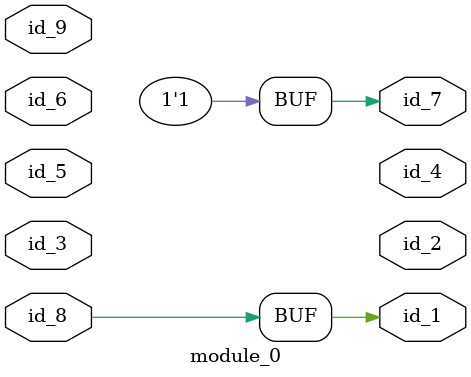
<source format=v>
`define pp_9 0
module module_0 (
    id_1,
    id_2,
    id_3,
    id_4,
    id_5,
    id_6,
    id_7,
    id_8,
    id_9
);
  input id_9;
  inout id_8;
  output id_7;
  inout id_6;
  inout id_5;
  output id_4;
  input id_3;
  output id_2;
  output id_1;
  assign id_7 = 1;
  assign id_1 = id_8;
endmodule

</source>
